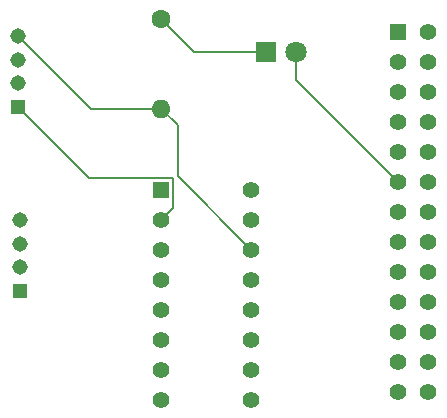
<source format=gbr>
%TF.GenerationSoftware,KiCad,Pcbnew,9.0.0*%
%TF.CreationDate,2025-03-26T20:17:18-07:00*%
%TF.ProjectId,lab07,6c616230-372e-46b6-9963-61645f706362,rev?*%
%TF.SameCoordinates,Original*%
%TF.FileFunction,Copper,L1,Top*%
%TF.FilePolarity,Positive*%
%FSLAX46Y46*%
G04 Gerber Fmt 4.6, Leading zero omitted, Abs format (unit mm)*
G04 Created by KiCad (PCBNEW 9.0.0) date 2025-03-26 20:17:18*
%MOMM*%
%LPD*%
G01*
G04 APERTURE LIST*
%TA.AperFunction,ComponentPad*%
%ADD10R,1.800000X1.800000*%
%TD*%
%TA.AperFunction,ComponentPad*%
%ADD11C,1.800000*%
%TD*%
%TA.AperFunction,ComponentPad*%
%ADD12C,1.600000*%
%TD*%
%TA.AperFunction,ComponentPad*%
%ADD13O,1.600000X1.600000*%
%TD*%
%TA.AperFunction,ComponentPad*%
%ADD14R,1.308000X1.308000*%
%TD*%
%TA.AperFunction,ComponentPad*%
%ADD15C,1.308000*%
%TD*%
%TA.AperFunction,ComponentPad*%
%ADD16R,1.400000X1.400000*%
%TD*%
%TA.AperFunction,ComponentPad*%
%ADD17C,1.400000*%
%TD*%
%TA.AperFunction,ComponentPad*%
%ADD18R,1.390000X1.390000*%
%TD*%
%TA.AperFunction,ComponentPad*%
%ADD19C,1.390000*%
%TD*%
%TA.AperFunction,Conductor*%
%ADD20C,0.200000*%
%TD*%
G04 APERTURE END LIST*
D10*
%TO.P,D1,1,K*%
%TO.N,Net-(D1-K)*%
X150368000Y-76962000D03*
D11*
%TO.P,D1,2,A*%
%TO.N,Net-(D1-A)*%
X152908000Y-76962000D03*
%TD*%
D12*
%TO.P,R1,1*%
%TO.N,Net-(D1-K)*%
X141478000Y-74168000D03*
D13*
%TO.P,R1,2*%
%TO.N,GND*%
X141478000Y-81788000D03*
%TD*%
D14*
%TO.P,J2,1,1*%
%TO.N,Net-(U1-CH1)*%
X129394000Y-81631500D03*
D15*
%TO.P,J2,2,2*%
%TO.N,unconnected-(J2-Pad2)*%
X129394000Y-79631500D03*
%TO.P,J2,3,3*%
%TO.N,+3V3*%
X129394000Y-77631500D03*
%TO.P,J2,4,4*%
%TO.N,GND*%
X129394000Y-75631500D03*
%TD*%
D14*
%TO.P,J1,1,1*%
%TO.N,Net-(U1-CH0)*%
X129540000Y-97218000D03*
D15*
%TO.P,J1,2,2*%
%TO.N,unconnected-(J1-Pad2)*%
X129540000Y-95218000D03*
%TO.P,J1,3,3*%
%TO.N,+3V3*%
X129540000Y-93218000D03*
%TO.P,J1,4,4*%
%TO.N,GND*%
X129540000Y-91218000D03*
%TD*%
D16*
%TO.P,U1,1,CH0*%
%TO.N,Net-(U1-CH0)*%
X141478000Y-88646000D03*
D17*
%TO.P,U1,2,CH1*%
%TO.N,Net-(U1-CH1)*%
X141478000Y-91186000D03*
%TO.P,U1,3,CH2*%
%TO.N,unconnected-(U1-CH2-Pad3)*%
X141478000Y-93726000D03*
%TO.P,U1,4,CH3*%
%TO.N,unconnected-(U1-CH3-Pad4)*%
X141478000Y-96266000D03*
%TO.P,U1,5,CH4*%
%TO.N,unconnected-(U1-CH4-Pad5)*%
X141478000Y-98806000D03*
%TO.P,U1,6,CH5*%
%TO.N,unconnected-(U1-CH5-Pad6)*%
X141478000Y-101346000D03*
%TO.P,U1,7,CH6*%
%TO.N,unconnected-(U1-CH6-Pad7)*%
X141478000Y-103886000D03*
%TO.P,U1,8,CH7*%
%TO.N,unconnected-(U1-CH7-Pad8)*%
X141478000Y-106426000D03*
%TO.P,U1,9,DGND*%
%TO.N,GND*%
X149098000Y-106426000D03*
%TO.P,U1,10,~{CS}/SHDN*%
%TO.N,Net-(U1-~{CS}{slash}SHDN)*%
X149098000Y-103886000D03*
%TO.P,U1,11,Din*%
%TO.N,Net-(U1-Din)*%
X149098000Y-101346000D03*
%TO.P,U1,12,Dout*%
%TO.N,Net-(U1-Dout)*%
X149098000Y-98806000D03*
%TO.P,U1,13,CLK*%
%TO.N,Net-(U1-CLK)*%
X149098000Y-96266000D03*
%TO.P,U1,14,AGND*%
%TO.N,GND*%
X149098000Y-93726000D03*
%TO.P,U1,15,Vref*%
%TO.N,+3V3*%
X149098000Y-91186000D03*
%TO.P,U1,16,Vdd*%
X149098000Y-88646000D03*
%TD*%
D18*
%TO.P,J3,01,01*%
%TO.N,+3V3*%
X161544000Y-75329500D03*
D19*
%TO.P,J3,02,02*%
%TO.N,unconnected-(J3-Pad02)*%
X164084000Y-75329500D03*
%TO.P,J3,03,03*%
%TO.N,unconnected-(J3-Pad03)*%
X161544000Y-77869500D03*
%TO.P,J3,04,04*%
%TO.N,unconnected-(J3-Pad04)*%
X164084000Y-77869500D03*
%TO.P,J3,05,05*%
%TO.N,unconnected-(J3-Pad05)*%
X161544000Y-80409500D03*
%TO.P,J3,06,06*%
%TO.N,unconnected-(J3-Pad06)*%
X164084000Y-80409500D03*
%TO.P,J3,07,07*%
%TO.N,unconnected-(J3-Pad07)*%
X161544000Y-82949500D03*
%TO.P,J3,08,08*%
%TO.N,unconnected-(J3-Pad08)*%
X164084000Y-82949500D03*
%TO.P,J3,09,09*%
%TO.N,GND*%
X161544000Y-85489500D03*
%TO.P,J3,10,10*%
%TO.N,unconnected-(J3-Pad10)*%
X164084000Y-85489500D03*
%TO.P,J3,11,11*%
%TO.N,Net-(D1-A)*%
X161544000Y-88029500D03*
%TO.P,J3,12,12*%
%TO.N,unconnected-(J3-Pad12)*%
X164084000Y-88029500D03*
%TO.P,J3,13,13*%
%TO.N,unconnected-(J3-Pad13)*%
X161544000Y-90569500D03*
%TO.P,J3,14,14*%
%TO.N,unconnected-(J3-Pad14)*%
X164084000Y-90569500D03*
%TO.P,J3,15,15*%
%TO.N,unconnected-(J3-Pad15)*%
X161544000Y-93109500D03*
%TO.P,J3,16,16*%
%TO.N,unconnected-(J3-Pad16)*%
X164084000Y-93109500D03*
%TO.P,J3,17,17*%
%TO.N,unconnected-(J3-Pad17)*%
X161544000Y-95649500D03*
%TO.P,J3,18,18*%
%TO.N,unconnected-(J3-Pad18)*%
X164084000Y-95649500D03*
%TO.P,J3,19,19*%
%TO.N,Net-(U1-Din)*%
X161544000Y-98189500D03*
%TO.P,J3,20,20*%
%TO.N,unconnected-(J3-Pad20)*%
X164084000Y-98189500D03*
%TO.P,J3,21,21*%
%TO.N,Net-(U1-Dout)*%
X161544000Y-100729500D03*
%TO.P,J3,22,22*%
%TO.N,unconnected-(J3-Pad22)*%
X164084000Y-100729500D03*
%TO.P,J3,23,23*%
%TO.N,Net-(U1-CLK)*%
X161544000Y-103269500D03*
%TO.P,J3,24,24*%
%TO.N,Net-(U1-~{CS}{slash}SHDN)*%
X164084000Y-103269500D03*
%TO.P,J3,25,25*%
%TO.N,unconnected-(J3-Pad25)*%
X161544000Y-105809500D03*
%TO.P,J3,26,26*%
%TO.N,unconnected-(J3-Pad26)*%
X164084000Y-105809500D03*
%TD*%
D20*
%TO.N,Net-(D1-A)*%
X152908000Y-76962000D02*
X152908000Y-79393500D01*
X152908000Y-79393500D02*
X161544000Y-88029500D01*
%TO.N,Net-(D1-K)*%
X150368000Y-76962000D02*
X144272000Y-76962000D01*
X144272000Y-76962000D02*
X141478000Y-74168000D01*
%TO.N,GND*%
X142880000Y-87508000D02*
X149098000Y-93726000D01*
X141478000Y-81788000D02*
X142880000Y-83190000D01*
X135550500Y-81788000D02*
X141478000Y-81788000D01*
X142880000Y-83190000D02*
X142880000Y-87508000D01*
X129394000Y-75631500D02*
X135550500Y-81788000D01*
%TO.N,Net-(U1-CH1)*%
X142479000Y-90185000D02*
X141478000Y-91186000D01*
X135407500Y-87645000D02*
X142479000Y-87645000D01*
X129394000Y-81631500D02*
X135407500Y-87645000D01*
X142479000Y-87645000D02*
X142479000Y-90185000D01*
%TD*%
M02*

</source>
